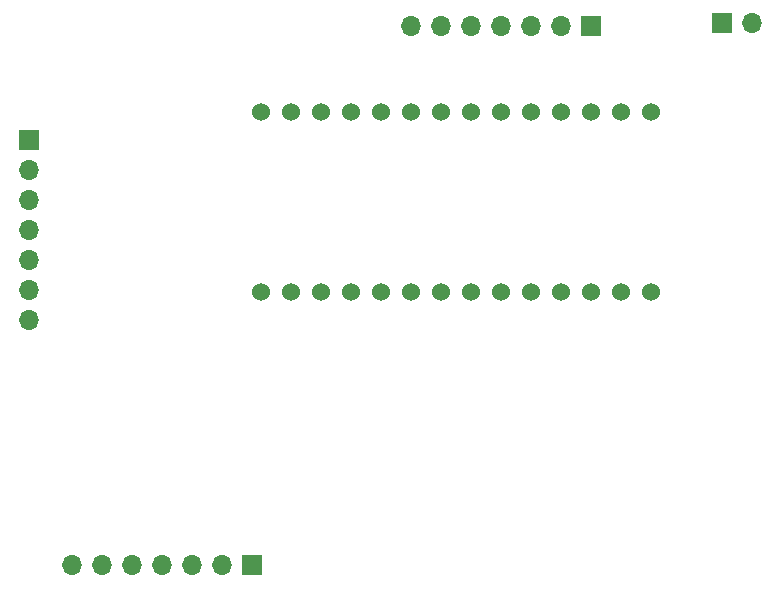
<source format=gbr>
%TF.GenerationSoftware,KiCad,Pcbnew,7.0.6-0*%
%TF.CreationDate,2024-01-17T10:18:31-05:00*%
%TF.ProjectId,channels1,6368616e-6e65-46c7-9331-2e6b69636164,rev?*%
%TF.SameCoordinates,Original*%
%TF.FileFunction,Soldermask,Bot*%
%TF.FilePolarity,Negative*%
%FSLAX46Y46*%
G04 Gerber Fmt 4.6, Leading zero omitted, Abs format (unit mm)*
G04 Created by KiCad (PCBNEW 7.0.6-0) date 2024-01-17 10:18:31*
%MOMM*%
%LPD*%
G01*
G04 APERTURE LIST*
%ADD10R,1.700000X1.700000*%
%ADD11O,1.700000X1.700000*%
%ADD12C,1.530000*%
G04 APERTURE END LIST*
D10*
%TO.C,J2*%
X127107000Y-124968000D03*
D11*
X124567000Y-124968000D03*
X122027000Y-124968000D03*
X119487000Y-124968000D03*
X116947000Y-124968000D03*
X114407000Y-124968000D03*
X111867000Y-124968000D03*
%TD*%
D10*
%TO.C,J1*%
X108204000Y-89027000D03*
D11*
X108204000Y-91567000D03*
X108204000Y-94107000D03*
X108204000Y-96647000D03*
X108204000Y-99187000D03*
X108204000Y-101727000D03*
X108204000Y-104267000D03*
%TD*%
D12*
%TO.C,U1*%
X158369000Y-86614000D03*
X155829000Y-86614000D03*
X153289000Y-86614000D03*
X150749000Y-86614000D03*
X155829000Y-101854000D03*
X148209000Y-86614000D03*
X145669000Y-86614000D03*
X143129000Y-86614000D03*
X140589000Y-86614000D03*
X138049000Y-86614000D03*
X135509000Y-86614000D03*
X132969000Y-86614000D03*
X130429000Y-86614000D03*
X127889000Y-86614000D03*
X127889000Y-101854000D03*
X130429000Y-101854000D03*
X132969000Y-101854000D03*
X135509000Y-101854000D03*
X138049000Y-101854000D03*
X140589000Y-101854000D03*
X143129000Y-101854000D03*
X145669000Y-101854000D03*
X148209000Y-101854000D03*
X150749000Y-101854000D03*
X153289000Y-101854000D03*
X160909000Y-86614000D03*
X158369000Y-101854000D03*
X160909000Y-101854000D03*
%TD*%
D10*
%TO.C,J4*%
X166878000Y-79121000D03*
D11*
X169418000Y-79121000D03*
%TD*%
D10*
%TO.C,J3*%
X155829000Y-79375000D03*
D11*
X153289000Y-79375000D03*
X150749000Y-79375000D03*
X148209000Y-79375000D03*
X145669000Y-79375000D03*
X143129000Y-79375000D03*
X140589000Y-79375000D03*
%TD*%
M02*

</source>
